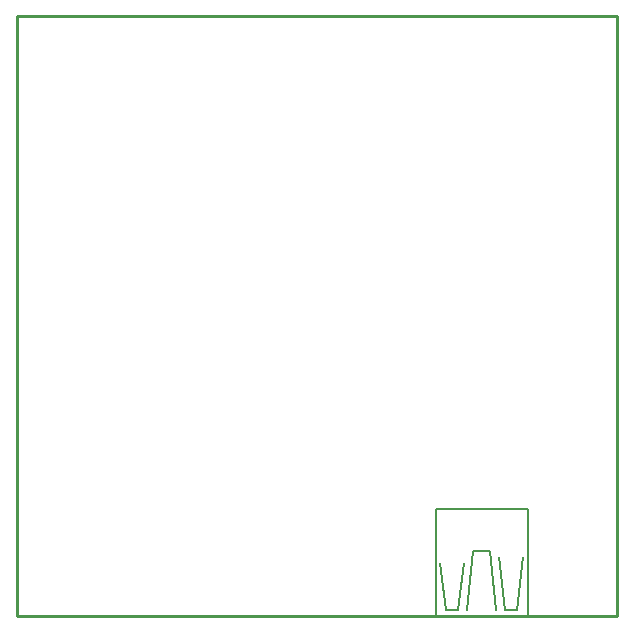
<source format=gbo>
G75*
G70*
%OFA0B0*%
%FSLAX24Y24*%
%IPPOS*%
%LPD*%
%AMOC8*
5,1,8,0,0,1.08239X$1,22.5*
%
%ADD10C,0.0100*%
%ADD11C,0.0050*%
D10*
X000151Y000151D02*
X000151Y020151D01*
X020151Y020151D01*
X020151Y000151D01*
X000151Y000151D01*
D11*
X014116Y000175D02*
X014116Y003718D01*
X017187Y003718D01*
X017187Y000175D01*
X014116Y000175D01*
X014470Y000372D02*
X014864Y000372D01*
X015061Y001946D01*
X015356Y002340D02*
X015946Y002340D01*
X016143Y000372D01*
X016439Y000372D02*
X016242Y002143D01*
X017029Y002143D02*
X016832Y000372D01*
X016439Y000372D01*
X015159Y000372D02*
X015356Y002340D01*
X014273Y001946D02*
X014470Y000372D01*
M02*

</source>
